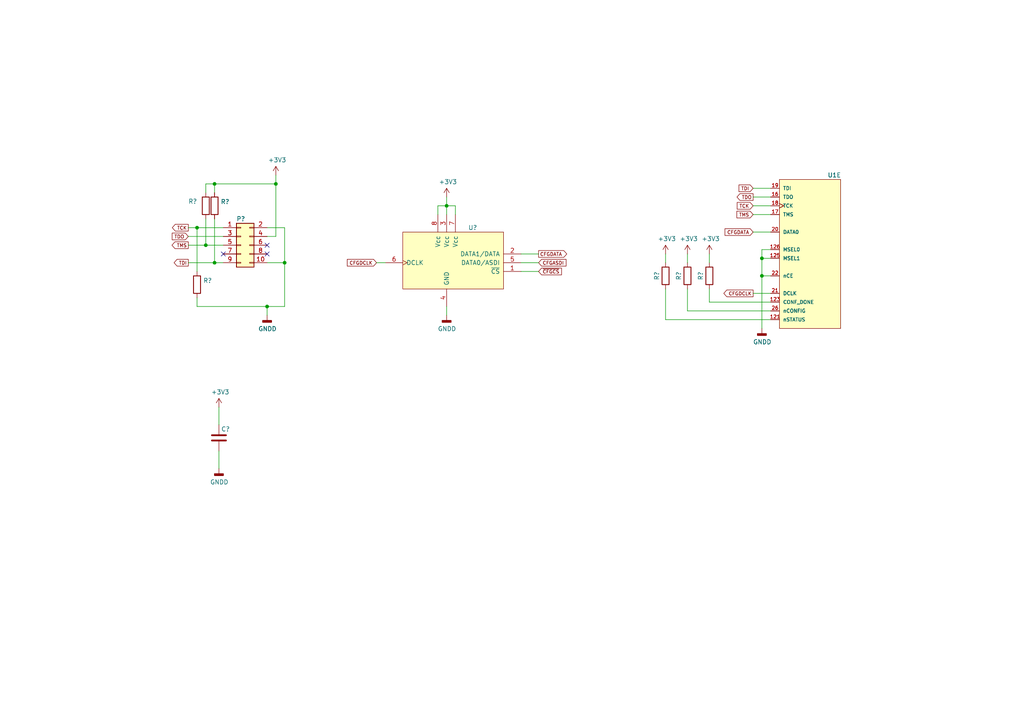
<source format=kicad_sch>
(kicad_sch (version 20211123) (generator eeschema)
  (paper "A4")
  (lib_symbols
    (symbol "Aslak:EP2C8Q208I8N" (pin_names (offset 1.016))
      (property "Reference" "U" (at 0 5.08 0))
      (property "Value" "Aslak_EP2C8Q208I8N" (at 0 7.62 0))
      (symbol "EP2C8Q208I8N_1_1"
        (rectangle (start -63.5 2.54) (end -5.08 -71.12) (fill (type background)))
        (pin bidirectional line (at -2.54 0 180) (length 2.54) (name "IO,(ASDO)") (number "1"))
        (pin bidirectional line (at -2.54 -17.78 180) (length 2.54) (name "IO,LVDS13n,DQ1L1/~") (number "10"))
        (pin bidirectional line (at -2.54 -20.32 180) (length 2.54) (name "IO,LVDS12p,DQ1L2/~") (number "11"))
        (pin bidirectional line (at -2.54 -22.86 180) (length 2.54) (name "IO,LVDS12n,DQ1L3/~") (number "12"))
        (pin bidirectional line (at -2.54 -25.4 180) (length 2.54) (name "IO,VREFB1N0") (number "13"))
        (pin bidirectional line (at -2.54 -27.94 180) (length 2.54) (name "IO,LVDS8p,(DPCLK0/DQS0L)/(DPCLK0/DQS0L)") (number "14"))
        (pin bidirectional line (at -2.54 -30.48 180) (length 2.54) (name "IO,LVDS8n") (number "15"))
        (pin bidirectional line (at -2.54 -2.54 180) (length 2.54) (name "IO,(nCSO)") (number "2"))
        (pin bidirectional line (at -2.54 -5.08 180) (length 2.54) (name "IO,LVDS15p(CRC_ERROR)") (number "3"))
        (pin bidirectional line (at -2.54 -33.02 180) (length 2.54) (name "IO,LVDS7p,(DPCLK1/DQS1L)/(DPCLK1/DQS1L)") (number "30"))
        (pin bidirectional line (at -2.54 -35.56 180) (length 2.54) (name "IO,LVDS7n") (number "31"))
        (pin bidirectional line (at -2.54 -38.1 180) (length 2.54) (name "IO,LVDS6n,DQ1L4/~") (number "33"))
        (pin bidirectional line (at -2.54 -40.64 180) (length 2.54) (name "IO,DQ1L5/~") (number "34"))
        (pin bidirectional line (at -2.54 -43.18 180) (length 2.54) (name "IO,LVDS5p,DQ1L6/~") (number "35"))
        (pin bidirectional line (at -2.54 -45.72 180) (length 2.54) (name "IO,VREFB1N1") (number "37"))
        (pin bidirectional line (at -2.54 -48.26 180) (length 2.54) (name "IO,LVDS3n,DQ1L7/~") (number "39"))
        (pin bidirectional line (at -2.54 -7.62 180) (length 2.54) (name "IO,LVDS15n(CLKUSR)") (number "4"))
        (pin bidirectional line (at -2.54 -50.8 180) (length 2.54) (name "IO,LVDS2p,DQ1L8/~") (number "40"))
        (pin bidirectional line (at -2.54 -53.34 180) (length 2.54) (name "IO,LVDS2n,(DM1L/BWS#1L~{})/~{}") (number "41"))
        (pin bidirectional line (at -2.54 -55.88 180) (length 2.54) (name "IO") (number "43"))
        (pin bidirectional line (at -2.54 -58.42 180) (length 2.54) (name "IO,LVDS0p") (number "44"))
        (pin bidirectional line (at -2.54 -60.96 180) (length 2.54) (name "IO,LVDS0n") (number "45"))
        (pin bidirectional line (at -2.54 -63.5 180) (length 2.54) (name "IO") (number "46"))
        (pin bidirectional line (at -2.54 -66.04 180) (length 2.54) (name "IO,PLL1_OUTp") (number "47"))
        (pin bidirectional line (at -2.54 -68.58 180) (length 2.54) (name "IO,PLL1_OUTn") (number "48"))
        (pin bidirectional line (at -2.54 -10.16 180) (length 2.54) (name "IO,LVDS14p") (number "5"))
        (pin bidirectional line (at -2.54 -12.7 180) (length 2.54) (name "IO,LVDS14n") (number "6"))
        (pin bidirectional line (at -2.54 -15.24 180) (length 2.54) (name "IO,LVDS13p,DQ1L0/~") (number "8"))
      )
      (symbol "EP2C8Q208I8N_2_1"
        (rectangle (start -63.5 2.54) (end -5.08 -88.9) (fill (type background)))
        (pin bidirectional line (at -2.54 0 180) (length 2.54) (name "IO,LVDS37n") (number "160"))
        (pin bidirectional line (at -2.54 -2.54 180) (length 2.54) (name "IO,LVDS37p,DQ0T0/DQ1T0") (number "161"))
        (pin bidirectional line (at -2.54 -5.08 180) (length 2.54) (name "IO,LVDS36n,DQ0T1/DQ1T1") (number "162"))
        (pin bidirectional line (at -2.54 -7.62 180) (length 2.54) (name "IO,LVDS36p,DQ0T2/DQ1T2") (number "163"))
        (pin bidirectional line (at -2.54 -10.16 180) (length 2.54) (name "IO,LVDS35n,DQ0T3/DQ1T3") (number "164"))
        (pin bidirectional line (at -2.54 -12.7 180) (length 2.54) (name "IO,LVDS35p,DQ0T4/DQ1T4") (number "165"))
        (pin bidirectional line (at -2.54 -15.24 180) (length 2.54) (name "IO,LVDS34n") (number "168"))
        (pin bidirectional line (at -2.54 -17.78 180) (length 2.54) (name "IO,LVDS34p,(DPCLK8/DQS0T)/(DPCLK8/DQS0T)") (number "169"))
        (pin bidirectional line (at -2.54 -20.32 180) (length 2.54) (name "IO,VREFB2N0") (number "170"))
        (pin bidirectional line (at -2.54 -22.86 180) (length 2.54) (name "IO,LVDS33n,DQ0T5/DQ1T5") (number "171"))
        (pin bidirectional line (at -2.54 -25.4 180) (length 2.54) (name "IO,LVDS33p,DQ0T6/DQ1T6") (number "173"))
        (pin bidirectional line (at -2.54 -27.94 180) (length 2.54) (name "IO,LVDS31n,DQ0T7/DQ1T7") (number "175"))
        (pin bidirectional line (at -2.54 -30.48 180) (length 2.54) (name "IO,LVDS31p,~/DQ1T8") (number "176"))
        (pin bidirectional line (at -2.54 -33.02 180) (length 2.54) (name "IO,LVDS29n,DM0T/(DM1T0/BWS#1T0)") (number "179"))
        (pin bidirectional line (at -2.54 -35.56 180) (length 2.54) (name "IO,LVDS29p") (number "180"))
        (pin bidirectional line (at -2.54 -38.1 180) (length 2.54) (name "IO,LVDS28n") (number "181"))
        (pin bidirectional line (at -2.54 -40.64 180) (length 2.54) (name "IO,LVDS28p") (number "182"))
        (pin bidirectional line (at -2.54 -43.18 180) (length 2.54) (name "IO,LVDS26p,DQ1T0/DQ1T9") (number "185"))
        (pin bidirectional line (at -2.54 -45.72 180) (length 2.54) (name "IO,LVDS25n") (number "187"))
        (pin bidirectional line (at -2.54 -48.26 180) (length 2.54) (name "IO,LVDS25p,DQ1T1/DQ1T10") (number "188"))
        (pin bidirectional line (at -2.54 -50.8 180) (length 2.54) (name "IO,LVDS24n,DQ1T2/DQ1T11") (number "189"))
        (pin bidirectional line (at -2.54 -53.34 180) (length 2.54) (name "IO,LVDS24p,DQ1T3/DQ1T12") (number "191"))
        (pin bidirectional line (at -2.54 -55.88 180) (length 2.54) (name "IO,VREFB2N1") (number "192"))
        (pin bidirectional line (at -2.54 -58.42 180) (length 2.54) (name "IO,LVDS23n,DQ1T4/DQ1T13") (number "193"))
        (pin bidirectional line (at -2.54 -60.96 180) (length 2.54) (name "IO,LVDS23p,DQ1T5/DQ1T14") (number "195"))
        (pin bidirectional line (at -2.54 -63.5 180) (length 2.54) (name "IO,LVDS21n") (number "197"))
        (pin bidirectional line (at -2.54 -66.04 180) (length 2.54) (name "IO,LVDS21p") (number "198"))
        (pin bidirectional line (at -2.54 -68.58 180) (length 2.54) (name "IO,LVDS19n") (number "199"))
        (pin bidirectional line (at -2.54 -71.12 180) (length 2.54) (name "IO,LVDS19p,(DPCLK10/DQS1T)/(DPCLK10/DQS1T)") (number "200"))
        (pin bidirectional line (at -2.54 -73.66 180) (length 2.54) (name "IO,LVDS18n,DQ1T6/DQ1T15") (number "201"))
        (pin bidirectional line (at -2.54 -76.2 180) (length 2.54) (name "IO,LVDS18p,DQ1T7/DQ1T16") (number "203"))
        (pin bidirectional line (at -2.54 -78.74 180) (length 2.54) (name "IO,LVDS17p,DQ1T8/DQ1T17") (number "205"))
        (pin bidirectional line (at -2.54 -81.28 180) (length 2.54) (name "IO,LVDS17n(DEV_CLRn)") (number "206"))
        (pin bidirectional line (at -2.54 -83.82 180) (length 2.54) (name "IO,LVDS16p,(DM1T/BWS#1T)/(DM1T1/BWS#1T1)") (number "207"))
        (pin bidirectional line (at -2.54 -86.36 180) (length 2.54) (name "IO,LVDS16n") (number "208"))
      )
      (symbol "EP2C8Q208I8N_3_1"
        (rectangle (start -63.5 2.54) (end -5.08 -78.74) (fill (type background)))
        (pin bidirectional line (at -2.54 0 180) (length 2.54) (name "IO,LVDS56n") (number "105"))
        (pin bidirectional line (at -2.54 -2.54 180) (length 2.54) (name "IO,LVDS56p,(DM1R/BWS#1R)/(DM1R1/BWS#1R1)") (number "106"))
        (pin bidirectional line (at -2.54 -5.08 180) (length 2.54) (name "IO,LVDS54n,(INIT_DONE)") (number "107"))
        (pin bidirectional line (at -2.54 -7.62 180) (length 2.54) (name "IO,LVDS54p,(nCEO)") (number "108"))
        (pin bidirectional line (at -2.54 -10.16 180) (length 2.54) (name "IO,LVDS53n,DQ1R8/DQ1R17") (number "110"))
        (pin bidirectional line (at -2.54 -12.7 180) (length 2.54) (name "IO,LVDS53p,DQ1R7/DQ1R16") (number "112"))
        (pin bidirectional line (at -2.54 -15.24 180) (length 2.54) (name "IO,LVDS52n,DQ1R6/DQ1R15") (number "113"))
        (pin bidirectional line (at -2.54 -17.78 180) (length 2.54) (name "IO,LVDS52p,DQ1R5/DQ1R14") (number "114"))
        (pin bidirectional line (at -2.54 -20.32 180) (length 2.54) (name "IO,LVDS51n,DQ1R4/DQ1R13") (number "115"))
        (pin bidirectional line (at -2.54 -22.86 180) (length 2.54) (name "IO,LVDS51p,DQ1R3/DQ1R12") (number "116"))
        (pin bidirectional line (at -2.54 -25.4 180) (length 2.54) (name "IO,VREFB3N1") (number "117"))
        (pin bidirectional line (at -2.54 -27.94 180) (length 2.54) (name "IO,DQ1R2/DQ1R11") (number "118"))
        (pin bidirectional line (at -2.54 -30.48 180) (length 2.54) (name "IO,LVDS48n,DQ1R1/DQ1R10") (number "127"))
        (pin bidirectional line (at -2.54 -33.02 180) (length 2.54) (name "IO,LVDS48p,(DPCLK6/DQS1R)/(DPCLK6/DQS1R)") (number "128"))
        (pin bidirectional line (at -2.54 -35.56 180) (length 2.54) (name "IO,LVDS47n,DQ1R0/DQ1R9") (number "133"))
        (pin bidirectional line (at -2.54 -38.1 180) (length 2.54) (name "IO,LVDS47p,(DPCLK7/DQS0R)/(DPCLK7/DQS0R)") (number "134"))
        (pin bidirectional line (at -2.54 -40.64 180) (length 2.54) (name "IO,LVDS46n,DM0R/(DM1R0/BWS#1R0)") (number "135"))
        (pin bidirectional line (at -2.54 -43.18 180) (length 2.54) (name "IO,LVDS46p,~/DQ1R8") (number "137"))
        (pin bidirectional line (at -2.54 -45.72 180) (length 2.54) (name "IO,LVDS45n,DQ0R7/DQ1R7") (number "138"))
        (pin bidirectional line (at -2.54 -48.26 180) (length 2.54) (name "IO,LVDS45p,DQ0R6/DQ1R6") (number "139"))
        (pin bidirectional line (at -2.54 -50.8 180) (length 2.54) (name "IO,LVDS44n,DQ0R5/DQ1R5") (number "141"))
        (pin bidirectional line (at -2.54 -53.34 180) (length 2.54) (name "IO,LVDS44p,DQ0R4/DQ1R4") (number "142"))
        (pin bidirectional line (at -2.54 -55.88 180) (length 2.54) (name "IO,LVDS42n,DQ0R3/DQ1R3") (number "143"))
        (pin bidirectional line (at -2.54 -58.42 180) (length 2.54) (name "IO,LVDS42p,DQ0R2/DQ1R2") (number "144"))
        (pin bidirectional line (at -2.54 -60.96 180) (length 2.54) (name "IO,VREFB3N0") (number "145"))
        (pin bidirectional line (at -2.54 -63.5 180) (length 2.54) (name "IO,LVDS39n,DQ0R1/DQ1R1") (number "146"))
        (pin bidirectional line (at -2.54 -66.04 180) (length 2.54) (name "IO,LVDS39p,DQ0R0/DQ1R0") (number "147"))
        (pin bidirectional line (at -2.54 -68.58 180) (length 2.54) (name "IO,LVDS38n") (number "149"))
        (pin bidirectional line (at -2.54 -71.12 180) (length 2.54) (name "IO,LVDS38p") (number "150"))
        (pin bidirectional line (at -2.54 -73.66 180) (length 2.54) (name "IO,PLL2_OUTp") (number "151"))
        (pin bidirectional line (at -2.54 -76.2 180) (length 2.54) (name "IO,PLL2_OUTn") (number "152"))
      )
      (symbol "EP2C8Q208I8N_4_1"
        (rectangle (start -63.5 2.54) (end -5.08 -91.44) (fill (type background)))
        (pin bidirectional line (at -2.54 -81.28 180) (length 2.54) (name "IO,LVDS58p,DQ0B0/DQ1B0") (number "101"))
        (pin bidirectional line (at -2.54 -83.82 180) (length 2.54) (name "IO,LVDS58n") (number "102"))
        (pin bidirectional line (at -2.54 -86.36 180) (length 2.54) (name "IO,LVDS57p") (number "103"))
        (pin bidirectional line (at -2.54 -88.9 180) (length 2.54) (name "IO,LVDS57n") (number "104"))
        (pin bidirectional line (at -2.54 0 180) (length 2.54) (name "IO,LVDS77n,(DEV_OE)") (number "56"))
        (pin bidirectional line (at -2.54 -2.54 180) (length 2.54) (name "IO,LVDS77p,(DM1B/BWS#1B)/(DM1B1/BWS#1B1)") (number "57"))
        (pin bidirectional line (at -2.54 -5.08 180) (length 2.54) (name "IO,LVDS76p,DQ1B8/DQ1B17") (number "58"))
        (pin bidirectional line (at -2.54 -7.62 180) (length 2.54) (name "IO,LVDS76n,DQ1B7/DQ1B16") (number "59"))
        (pin bidirectional line (at -2.54 -10.16 180) (length 2.54) (name "IO,LVDS75p,DQ1B6/DQ1B15") (number "60"))
        (pin bidirectional line (at -2.54 -12.7 180) (length 2.54) (name "IO,LVDS75n,DQ1B5/DQ1B14") (number "61"))
        (pin bidirectional line (at -2.54 -15.24 180) (length 2.54) (name "IO,LVDS74p,(DPCLK2/DQS1B)/(DPCLK2/DQS1B)") (number "63"))
        (pin bidirectional line (at -2.54 -17.78 180) (length 2.54) (name "IO,LVDS74n") (number "64"))
        (pin bidirectional line (at -2.54 -20.32 180) (length 2.54) (name "IO,VREFB4N1") (number "67"))
        (pin bidirectional line (at -2.54 -22.86 180) (length 2.54) (name "IO,LVDS70p,DQ1B4/DQ1B13") (number "68"))
        (pin bidirectional line (at -2.54 -25.4 180) (length 2.54) (name "IO,LVDS70n,DQ1B3/DQ1B12") (number "69"))
        (pin bidirectional line (at -2.54 -27.94 180) (length 2.54) (name "IO,LVDS68p,DQ1B2/DQ1B11") (number "70"))
        (pin bidirectional line (at -2.54 -30.48 180) (length 2.54) (name "IO,LVDS68n,DQ1B1/DQ1B10") (number "72"))
        (pin bidirectional line (at -2.54 -33.02 180) (length 2.54) (name "IO,LVDS67p,DQ1B0/DQ1B9") (number "74"))
        (pin bidirectional line (at -2.54 -35.56 180) (length 2.54) (name "IO,LVDS67n") (number "75"))
        (pin bidirectional line (at -2.54 -38.1 180) (length 2.54) (name "IO,LVDS66p") (number "76"))
        (pin bidirectional line (at -2.54 -40.64 180) (length 2.54) (name "IO,LVDS66n") (number "77"))
        (pin bidirectional line (at -2.54 -43.18 180) (length 2.54) (name "IO") (number "80"))
        (pin bidirectional line (at -2.54 -45.72 180) (length 2.54) (name "IO,LVDS64p") (number "81"))
        (pin bidirectional line (at -2.54 -48.26 180) (length 2.54) (name "IO,LVDS64n") (number "82"))
        (pin bidirectional line (at -2.54 -50.8 180) (length 2.54) (name "IO,LVDS63p,DM0B/(DM1B0/BWS#1B0)") (number "84"))
        (pin bidirectional line (at -2.54 -53.34 180) (length 2.54) (name "IO,LVDS63n,~/DQ1B8") (number "86"))
        (pin bidirectional line (at -2.54 -55.88 180) (length 2.54) (name "IO,LVDS62p,DQ0B7/DQ1B7") (number "87"))
        (pin bidirectional line (at -2.54 -58.42 180) (length 2.54) (name "IO,LVDS62n,DQ0B6/DQ1B6") (number "88"))
        (pin bidirectional line (at -2.54 -60.96 180) (length 2.54) (name "IO,VREFB4N0") (number "89"))
        (pin bidirectional line (at -2.54 -63.5 180) (length 2.54) (name "IO,LVDS61p,DQ0B5/DQ1B5") (number "90"))
        (pin bidirectional line (at -2.54 -66.04 180) (length 2.54) (name "IO,LVDS61n,DQ0B4/DQ1B4") (number "92"))
        (pin bidirectional line (at -2.54 -68.58 180) (length 2.54) (name "IO,LVDS60p,(DPCLK4/DQS0B)/(DPCLK4/DQS0B)") (number "94"))
        (pin bidirectional line (at -2.54 -71.12 180) (length 2.54) (name "IO,LVDS60n") (number "95"))
        (pin bidirectional line (at -2.54 -73.66 180) (length 2.54) (name "IO,DQ0B3/DQ1B3") (number "96"))
        (pin bidirectional line (at -2.54 -76.2 180) (length 2.54) (name "IO,LVDS59p,DQ0B2/DQ1B2") (number "97"))
        (pin bidirectional line (at -2.54 -78.74 180) (length 2.54) (name "IO,LVDS59n,DQ0B1/DQ1B1") (number "99"))
      )
      (symbol "EP2C8Q208I8N_5_1"
        (rectangle (start 5.08 2.54) (end 22.86 -40.64) (fill (type background)))
        (pin bidirectional line (at 2.54 -38.1 0) (length 2.54) (name "nSTATUS") (number "121"))
        (pin bidirectional line (at 2.54 -33.02 0) (length 2.54) (name "CONF_DONE") (number "123"))
        (pin input line (at 2.54 -20.32 0) (length 2.54) (name "MSEL1") (number "125"))
        (pin input line (at 2.54 -17.78 0) (length 2.54) (name "MSEL0") (number "126"))
        (pin output line (at 2.54 -2.54 0) (length 2.54) (name "TDO") (number "16"))
        (pin input line (at 2.54 -7.62 0) (length 2.54) (name "TMS") (number "17"))
        (pin input clock (at 2.54 -5.08 0) (length 2.54) (name "TCK") (number "18"))
        (pin input line (at 2.54 0 0) (length 2.54) (name "TDI") (number "19"))
        (pin input line (at 2.54 -12.7 0) (length 2.54) (name "DATA0") (number "20"))
        (pin bidirectional line (at 2.54 -30.48 0) (length 2.54) (name "DCLK") (number "21"))
        (pin input line (at 2.54 -25.4 0) (length 2.54) (name "nCE") (number "22"))
        (pin input line (at 2.54 -35.56 0) (length 2.54) (name "nCONFIG") (number "26"))
      )
      (symbol "EP2C8Q208I8N_6_1"
        (rectangle (start 5.08 2.54) (end 27.94 -50.8) (fill (type background)))
        (pin power_in line (at 2.54 -25.4 0) (length 2.54) (name "VCCIO3") (number "109"))
        (pin power_in line (at 30.48 -7.62 180) (length 2.54) (name "VCCINT") (number "120"))
        (pin power_in line (at 2.54 -27.94 0) (length 2.54) (name "VCCIO3") (number "122"))
        (pin power_in line (at 2.54 -30.48 0) (length 2.54) (name "VCCIO3") (number "136"))
        (pin power_in line (at 2.54 -33.02 0) (length 2.54) (name "VCCIO3") (number "148"))
        (pin power_in line (at 2.54 -10.16 0) (length 2.54) (name "VCCIO2") (number "166"))
        (pin power_in line (at 2.54 -12.7 0) (length 2.54) (name "VCCIO2") (number "172"))
        (pin power_in line (at 30.48 -10.16 180) (length 2.54) (name "VCCINT") (number "178"))
        (pin power_in line (at 2.54 -15.24 0) (length 2.54) (name "VCCIO2") (number "183"))
        (pin power_in line (at 30.48 -12.7 180) (length 2.54) (name "VCCINT") (number "190"))
        (pin power_in line (at 2.54 -17.78 0) (length 2.54) (name "VCCIO2") (number "194"))
        (pin power_in line (at 2.54 -20.32 0) (length 2.54) (name "VCCIO2") (number "202"))
        (pin power_in line (at 2.54 -2.54 0) (length 2.54) (name "VCCIO1") (number "29"))
        (pin power_in line (at 30.48 0 180) (length 2.54) (name "VCCINT") (number "32"))
        (pin power_in line (at 2.54 -5.08 0) (length 2.54) (name "VCCIO1") (number "42"))
        (pin power_in line (at 2.54 -38.1 0) (length 2.54) (name "VCCIO4") (number "62"))
        (pin power_in line (at 30.48 -2.54 180) (length 2.54) (name "VCCINT") (number "66"))
        (pin power_in line (at 2.54 0 0) (length 2.54) (name "VCCIO1") (number "7"))
        (pin power_in line (at 2.54 -40.64 0) (length 2.54) (name "VCCIO4") (number "71"))
        (pin power_in line (at 30.48 -5.08 180) (length 2.54) (name "VCCINT") (number "79"))
        (pin power_in line (at 2.54 -43.18 0) (length 2.54) (name "VCCIO4") (number "83"))
        (pin power_in line (at 2.54 -45.72 0) (length 2.54) (name "VCCIO4") (number "91"))
        (pin power_in line (at 2.54 -48.26 0) (length 2.54) (name "VCCIO4") (number "98"))
      )
      (symbol "EP2C8Q208I8N_7_1"
        (rectangle (start 5.08 2.54) (end 20.32 -33.02) (fill (type background)))
        (pin power_in line (at 2.54 -27.94 0) (length 2.54) (name "GND") (number "100"))
        (pin power_in line (at 2.54 -30.48 0) (length 2.54) (name "GND") (number "111"))
        (pin power_in line (at 22.86 0 180) (length 2.54) (name "GND") (number "119"))
        (pin power_in line (at 22.86 -2.54 180) (length 2.54) (name "GND") (number "124"))
        (pin power_in line (at 22.86 -5.08 180) (length 2.54) (name "GND") (number "140"))
        (pin power_in line (at 22.86 -7.62 180) (length 2.54) (name "GND") (number "153"))
        (pin power_in line (at 22.86 -10.16 180) (length 2.54) (name "GND") (number "159"))
        (pin power_in line (at 22.86 -12.7 180) (length 2.54) (name "GND") (number "167"))
        (pin power_in line (at 22.86 -15.24 180) (length 2.54) (name "GND") (number "174"))
        (pin power_in line (at 22.86 -17.78 180) (length 2.54) (name "GND") (number "177"))
        (pin power_in line (at 22.86 -20.32 180) (length 2.54) (name "GND") (number "184"))
        (pin power_in line (at 22.86 -22.86 180) (length 2.54) (name "GND") (number "186"))
        (pin power_in line (at 22.86 -25.4 180) (length 2.54) (name "GND") (number "196"))
        (pin power_in line (at 22.86 -27.94 180) (length 2.54) (name "GND") (number "204"))
        (pin power_in line (at 2.54 -2.54 0) (length 2.54) (name "GND") (number "25"))
        (pin power_in line (at 2.54 -5.08 0) (length 2.54) (name "GND") (number "36"))
        (pin power_in line (at 2.54 -7.62 0) (length 2.54) (name "GND") (number "38"))
        (pin power_in line (at 2.54 -10.16 0) (length 2.54) (name "GND") (number "49"))
        (pin power_in line (at 2.54 -12.7 0) (length 2.54) (name "GND") (number "55"))
        (pin power_in line (at 2.54 -15.24 0) (length 2.54) (name "GND") (number "65"))
        (pin power_in line (at 2.54 -17.78 0) (length 2.54) (name "GND") (number "73"))
        (pin power_in line (at 2.54 -20.32 0) (length 2.54) (name "GND") (number "78"))
        (pin power_in line (at 2.54 -22.86 0) (length 2.54) (name "GND") (number "85"))
        (pin power_in line (at 2.54 0 0) (length 2.54) (name "GND") (number "9"))
        (pin power_in line (at 2.54 -25.4 0) (length 2.54) (name "GND") (number "93"))
      )
      (symbol "EP2C8Q208I8N_8_1"
        (rectangle (start 5.08 2.54) (end 35.56 -17.78) (fill (type background)))
        (pin power_in line (at 38.1 -15.24 180) (length 2.54) (name "GND_PLL2") (number "154"))
        (pin power_in line (at 2.54 -12.7 0) (length 2.54) (name "VCCD_PLL2") (number "155"))
        (pin power_in line (at 38.1 -12.7 180) (length 2.54) (name "GND_PLL2") (number "156"))
        (pin power_in line (at 2.54 -10.16 0) (length 2.54) (name "VCCA_PLL2") (number "157"))
        (pin power_in line (at 38.1 -10.16 180) (length 2.54) (name "GNDA_PLL2") (number "158"))
        (pin power_in line (at 38.1 -5.08 180) (length 2.54) (name "GND_PLL1") (number "50"))
        (pin power_in line (at 2.54 -2.54 0) (length 2.54) (name "VCCD_PLL1") (number "51"))
        (pin power_in line (at 38.1 -2.54 180) (length 2.54) (name "GND_PLL1") (number "52"))
        (pin power_in line (at 2.54 0 0) (length 2.54) (name "VCCA_PLL1") (number "53"))
        (pin power_in line (at 38.1 0 180) (length 2.54) (name "GNDA_PLL1") (number "54"))
      )
      (symbol "EP2C8Q208I8N_9_1"
        (rectangle (start 5.08 2.54) (end 35.56 -20.32) (fill (type background)))
        (pin input clock (at 2.54 0 0) (length 2.54) (name "CLK7,LVDSCLK3n,INPUT") (number "129"))
        (pin input clock (at 2.54 -2.54 0) (length 2.54) (name "CLK6,LVDSCLK3p,INPUT") (number "130"))
        (pin input clock (at 2.54 -5.08 0) (length 2.54) (name "CLK5,LVDSCLK2n,INPUT") (number "131"))
        (pin input clock (at 2.54 -7.62 0) (length 2.54) (name "CLK4,LVDSCLK2p,INPUT") (number "132"))
        (pin input clock (at 2.54 -17.78 0) (length 2.54) (name "CLK0,LVDSCLK0p,INPUT") (number "23"))
        (pin input clock (at 2.54 -15.24 0) (length 2.54) (name "CLK1,LVDSCLK0n,INPUT") (number "24"))
        (pin input clock (at 2.54 -12.7 0) (length 2.54) (name "CLK2,LVDSCLK1p,INPUT") (number "27"))
        (pin input clock (at 2.54 -10.16 0) (length 2.54) (name "CLK3,LVDSCLK1n,INPUT") (number "28"))
      )
    )
    (symbol "Aslak:EPCQnA" (pin_names (offset 1.016))
      (property "Reference" "U" (at -12.7 10.16 0))
      (property "Value" "Aslak_EPCQnA" (at 6.35 10.16 0))
      (symbol "EPCQnA_0_1"
        (rectangle (start -12.7 8.89) (end 16.51 -7.62) (fill (type background)))
      )
      (symbol "EPCQnA_1_0"
        (pin input line (at 21.59 -2.54 180) (length 5.08) (name "~{CS}") (number "1"))
        (pin output line (at 21.59 2.54 180) (length 5.08) (name "DATA1/DATA") (number "2"))
        (pin power_in line (at 0 13.97 270) (length 5.08) (name "Vcc") (number "3"))
        (pin power_in line (at 0 -12.7 90) (length 5.08) (name "GND") (number "4"))
        (pin input line (at 21.59 0 180) (length 5.08) (name "DATA0/ASDI") (number "5"))
        (pin input clock (at -17.78 0 0) (length 5.08) (name "DCLK") (number "6"))
        (pin power_in line (at 2.54 13.97 270) (length 5.08) (name "Vcc") (number "7"))
        (pin power_in line (at -2.54 13.97 270) (length 5.08) (name "Vcc") (number "8"))
      )
    )
    (symbol "Connector_Generic:Conn_02x05_Odd_Even" (pin_names (offset 1.016) hide)
      (property "Reference" "J" (at 1.27 7.62 0))
      (property "Value" "Conn_02x05_Odd_Even" (at 1.27 -7.62 0))
      (symbol "Conn_02x05_Odd_Even_1_1"
        (rectangle (start -1.27 -4.953) (end 0 -5.207) (stroke (width 0.1524)))
        (rectangle (start -1.27 -2.413) (end 0 -2.667) (stroke (width 0.1524)))
        (rectangle (start -1.27 0.127) (end 0 -0.127) (stroke (width 0.1524)))
        (rectangle (start -1.27 2.667) (end 0 2.413) (stroke (width 0.1524)))
        (rectangle (start -1.27 5.207) (end 0 4.953) (stroke (width 0.1524)))
        (rectangle (start -1.27 6.35) (end 3.81 -6.35) (stroke (width 0.254)) (fill (type background)))
        (rectangle (start 3.81 -4.953) (end 2.54 -5.207) (stroke (width 0.1524)))
        (rectangle (start 3.81 -2.413) (end 2.54 -2.667) (stroke (width 0.1524)))
        (rectangle (start 3.81 0.127) (end 2.54 -0.127) (stroke (width 0.1524)))
        (rectangle (start 3.81 2.667) (end 2.54 2.413) (stroke (width 0.1524)))
        (rectangle (start 3.81 5.207) (end 2.54 4.953) (stroke (width 0.1524)))
        (pin passive line (at -5.08 5.08 0) (length 3.81) (name "Pin_1") (number "1"))
        (pin passive line (at 7.62 -5.08 180) (length 3.81) (name "Pin_10") (number "10"))
        (pin passive line (at 7.62 5.08 180) (length 3.81) (name "Pin_2") (number "2"))
        (pin passive line (at -5.08 2.54 0) (length 3.81) (name "Pin_3") (number "3"))
        (pin passive line (at 7.62 2.54 180) (length 3.81) (name "Pin_4") (number "4"))
        (pin passive line (at -5.08 0 0) (length 3.81) (name "Pin_5") (number "5"))
        (pin passive line (at 7.62 0 180) (length 3.81) (name "Pin_6") (number "6"))
        (pin passive line (at -5.08 -2.54 0) (length 3.81) (name "Pin_7") (number "7"))
        (pin passive line (at 7.62 -2.54 180) (length 3.81) (name "Pin_8") (number "8"))
        (pin passive line (at -5.08 -5.08 0) (length 3.81) (name "Pin_9") (number "9"))
      )
    )
    (symbol "Device:C" (pin_numbers hide) (pin_names (offset 0.254))
      (property "Reference" "C" (at 0.635 2.54 0))
      (property "Value" "C" (at 0.635 -2.54 0))
      (symbol "C_0_1"
        (polyline (pts (xy -2.032 -0.762) (xy 2.032 -0.762)) (stroke (width 0.508)))
        (polyline (pts (xy -2.032 0.762) (xy 2.032 0.762)) (stroke (width 0.508)))
      )
      (symbol "C_1_1"
        (pin passive line (at 0 3.81 270) (length 2.794) (name "~") (number "1"))
        (pin passive line (at 0 -3.81 90) (length 2.794) (name "~") (number "2"))
      )
    )
    (symbol "Device:R" (pin_numbers hide) (pin_names (offset 0))
      (property "Reference" "R" (at 2.032 0 90))
      (property "Value" "R" (at 0 0 90))
      (symbol "R_0_1"
        (rectangle (start -1.016 -2.54) (end 1.016 2.54) (stroke (width 0.254)))
      )
      (symbol "R_1_1"
        (pin passive line (at 0 3.81 270) (length 1.27) (name "~") (number "1"))
        (pin passive line (at 0 -3.81 90) (length 1.27) (name "~") (number "2"))
      )
    )
    (symbol "power:+3V3" (power) (pin_names (offset 0))
      (property "Value" "+3V3" (at 0 3.556 0))
      (symbol "+3V3_0_1"
        (polyline (pts (xy -0.762 1.27) (xy 0 2.54)))
        (polyline (pts (xy 0 0) (xy 0 2.54)))
        (polyline (pts (xy 0 2.54) (xy 0.762 1.27)))
      )
      (symbol "+3V3_1_1"
        (pin power_in line (at 0 0 90) (length 0) hide (name "+3V3") (number "1"))
      )
    )
    (symbol "power:GNDD" (power) (pin_names (offset 0))
      (property "Value" "GNDD" (at 0 -3.175 0))
      (symbol "GNDD_0_1"
        (rectangle (start -1.27 -1.524) (end 1.27 -2.032) (stroke (width 0.254)) (fill (type outline)))
        (polyline (pts (xy 0 0) (xy 0 -1.524)))
      )
      (symbol "GNDD_1_1"
        (pin power_in line (at 0 0 270) (length 0) hide (name "GNDD") (number "1"))
      )
    )
  )
  (junction (at 220.98 74.93))
  (junction (at 80.01 53.34))
  (junction (at 59.69 71.12))
  (junction (at 77.47 88.9))
  (junction (at 62.23 76.2))
  (junction (at 220.98 80.01))
  (junction (at 129.54 59.69))
  (junction (at 57.15 66.04))
  (junction (at 82.55 76.2))
  (junction (at 62.23 53.34))
  (no_connect (at 77.47 73.66))
  (no_connect (at 64.77 73.66))
  (no_connect (at 77.47 71.12))
  (wire (pts (xy 62.23 53.34) (xy 62.23 55.88)))
  (wire (pts (xy 54.61 66.04) (xy 57.15 66.04)))
  (wire (pts (xy 205.74 87.63) (xy 223.52 87.63)))
  (wire (pts (xy 151.13 78.74) (xy 156.21 78.74)))
  (wire (pts (xy 223.52 85.09) (xy 218.44 85.09)))
  (wire (pts (xy 129.54 88.9) (xy 129.54 91.44)))
  (wire (pts (xy 59.69 71.12) (xy 59.69 63.5)))
  (wire (pts (xy 223.52 72.39) (xy 220.98 72.39)))
  (wire (pts (xy 77.47 88.9) (xy 77.47 91.44)))
  (wire (pts (xy 199.39 90.17) (xy 223.52 90.17)))
  (wire (pts (xy 193.04 76.2) (xy 193.04 73.66)))
  (wire (pts (xy 205.74 87.63) (xy 205.74 83.82)))
  (wire (pts (xy 205.74 76.2) (xy 205.74 73.66)))
  (wire (pts (xy 132.08 59.69) (xy 132.08 62.23)))
  (wire (pts (xy 77.47 66.04) (xy 82.55 66.04)))
  (wire (pts (xy 80.01 53.34) (xy 80.01 68.58)))
  (wire (pts (xy 62.23 76.2) (xy 62.23 63.5)))
  (wire (pts (xy 82.55 76.2) (xy 82.55 88.9)))
  (wire (pts (xy 199.39 90.17) (xy 199.39 83.82)))
  (wire (pts (xy 111.76 76.2) (xy 109.22 76.2)))
  (wire (pts (xy 62.23 76.2) (xy 64.77 76.2)))
  (wire (pts (xy 57.15 88.9) (xy 77.47 88.9)))
  (wire (pts (xy 127 59.69) (xy 127 62.23)))
  (wire (pts (xy 59.69 53.34) (xy 62.23 53.34)))
  (wire (pts (xy 193.04 92.71) (xy 223.52 92.71)))
  (wire (pts (xy 199.39 76.2) (xy 199.39 73.66)))
  (wire (pts (xy 223.52 57.15) (xy 218.44 57.15)))
  (wire (pts (xy 223.52 74.93) (xy 220.98 74.93)))
  (wire (pts (xy 223.52 67.31) (xy 218.44 67.31)))
  (wire (pts (xy 54.61 71.12) (xy 59.69 71.12)))
  (wire (pts (xy 59.69 71.12) (xy 64.77 71.12)))
  (wire (pts (xy 151.13 76.2) (xy 156.21 76.2)))
  (wire (pts (xy 59.69 55.88) (xy 59.69 53.34)))
  (wire (pts (xy 193.04 92.71) (xy 193.04 83.82)))
  (wire (pts (xy 80.01 50.8) (xy 80.01 53.34)))
  (wire (pts (xy 129.54 59.69) (xy 129.54 57.15)))
  (wire (pts (xy 80.01 68.58) (xy 77.47 68.58)))
  (wire (pts (xy 220.98 74.93) (xy 220.98 80.01)))
  (wire (pts (xy 129.54 59.69) (xy 127 59.69)))
  (wire (pts (xy 77.47 88.9) (xy 82.55 88.9)))
  (wire (pts (xy 63.5 118.11) (xy 63.5 123.19)))
  (wire (pts (xy 220.98 80.01) (xy 220.98 95.25)))
  (wire (pts (xy 129.54 59.69) (xy 132.08 59.69)))
  (wire (pts (xy 220.98 72.39) (xy 220.98 74.93)))
  (wire (pts (xy 77.47 76.2) (xy 82.55 76.2)))
  (wire (pts (xy 223.52 54.61) (xy 218.44 54.61)))
  (wire (pts (xy 57.15 66.04) (xy 57.15 78.74)))
  (wire (pts (xy 223.52 59.69) (xy 218.44 59.69)))
  (wire (pts (xy 54.61 76.2) (xy 62.23 76.2)))
  (wire (pts (xy 82.55 66.04) (xy 82.55 76.2)))
  (wire (pts (xy 151.13 73.66) (xy 156.21 73.66)))
  (wire (pts (xy 223.52 80.01) (xy 220.98 80.01)))
  (wire (pts (xy 62.23 53.34) (xy 80.01 53.34)))
  (wire (pts (xy 57.15 86.36) (xy 57.15 88.9)))
  (wire (pts (xy 57.15 66.04) (xy 64.77 66.04)))
  (wire (pts (xy 223.52 62.23) (xy 218.44 62.23)))
  (wire (pts (xy 63.5 130.81) (xy 63.5 135.89)))
  (wire (pts (xy 129.54 62.23) (xy 129.54 59.69)))
  (wire (pts (xy 54.61 68.58) (xy 64.77 68.58)))
  (global_label "CFGDATA" (shape output) (at 156.21 73.66 0) (effects (font (size 0.9906 0.9906))) (property "Intersheet References" "${INTERSHEET_REFS}" (effects hide)))
  (global_label "TMS" (shape input) (at 218.44 62.23 180) (effects (font (size 0.9906 0.9906))) (property "Intersheet References" "${INTERSHEET_REFS}" (effects hide)))
  (global_label "CFGASDI" (shape input) (at 156.21 76.2 0) (effects (font (size 0.9906 0.9906))) (property "Intersheet References" "${INTERSHEET_REFS}" (effects hide)))
  (global_label "~{CFGCS}" (shape input) (at 156.21 78.74 0) (effects (font (size 0.9906 0.9906))) (property "Intersheet References" "${INTERSHEET_REFS}" (effects hide)))
  (global_label "TDO" (shape input) (at 54.61 68.58 180) (effects (font (size 0.9906 0.9906))) (property "Intersheet References" "${INTERSHEET_REFS}" (effects hide)))
  (global_label "TCK" (shape input) (at 218.44 59.69 180) (effects (font (size 0.9906 0.9906))) (property "Intersheet References" "${INTERSHEET_REFS}" (effects hide)))
  (global_label "TCK" (shape output) (at 54.61 66.04 180) (effects (font (size 0.9906 0.9906))) (property "Intersheet References" "${INTERSHEET_REFS}" (effects hide)))
  (global_label "TDI" (shape input) (at 218.44 54.61 180) (effects (font (size 0.9906 0.9906))) (property "Intersheet References" "${INTERSHEET_REFS}" (effects hide)))
  (global_label "CFGDCLK" (shape output) (at 218.44 85.09 180) (effects (font (size 0.9906 0.9906))) (property "Intersheet References" "${INTERSHEET_REFS}" (effects hide)))
  (global_label "TDO" (shape output) (at 218.44 57.15 180) (effects (font (size 0.9906 0.9906))) (property "Intersheet References" "${INTERSHEET_REFS}" (effects hide)))
  (global_label "TMS" (shape output) (at 54.61 71.12 180) (effects (font (size 0.9906 0.9906))) (property "Intersheet References" "${INTERSHEET_REFS}" (effects hide)))
  (global_label "CFGDATA" (shape input) (at 218.44 67.31 180) (effects (font (size 0.9906 0.9906))) (property "Intersheet References" "${INTERSHEET_REFS}" (effects hide)))
  (global_label "TDI" (shape output) (at 54.61 76.2 180) (effects (font (size 0.9906 0.9906))) (property "Intersheet References" "${INTERSHEET_REFS}" (effects hide)))
  (global_label "CFGDCLK" (shape input) (at 109.22 76.2 180) (effects (font (size 0.9906 0.9906))) (property "Intersheet References" "${INTERSHEET_REFS}" (effects hide)))
  (symbol (lib_id "power:GNDD") (at 63.5 135.89 0) (unit 1)
    (property "Reference" "#PWR0133" (effects hide))
  )
  (symbol (lib_id "power:GNDD") (at 77.47 91.44 0) (unit 1)
    (property "Reference" "#PWR0134" (effects hide))
  )
  (symbol (lib_id "power:GNDD") (at 129.54 91.44 0) (unit 1)
    (property "Reference" "#PWR0135" (effects hide))
  )
  (symbol (lib_id "Aslak:EP2C8Q208I8N") (at 220.98 54.61 0) (unit 5)
    (property "Reference" "U1" (at 240.03 50.8 0) (effects (justify left)))
    (property "Code  JEDEC" "MS-029-FA-1" (effects hide))
    (property "Datasheet Version" "ver3.3, Feb-2008" (effects hide))
    (property "Note 1" "DQS signal pins named according to DQ bus modes.  separates each mode. ie. Modes x8/x9 / Modes x16/x18." (effects hide))
    (property "Package Description" "208-Pin Plastic Quad Flat Pack (PQFP208) - Wire Bond" (effects hide))
    (property "Package Version" "ver15.4, Dec-2008" (effects hide))
    (property "category" "IC" (effects hide))
    (property "ciiva ids" "969336" (effects hide))
    (property "library id" "cb77e851e38ea306" (effects hide))
    (property "manufacturer" "Altera" (effects hide))
    (property "package" "PQFP208" (effects hide))
    (property "release date" "1300207588" (effects hide))
    (property "vault revision" "C1C45DB0-F416-4DC8-9E39-6AA6CB98DE73" (effects hide))
    (property "imported" "yes" (effects hide))
  )
  (symbol (lib_id "power:GNDD") (at 220.98 95.25 0) (unit 1)
    (property "Reference" "#PWR0101" (effects hide))
  )
  (symbol (lib_id "Device:R") (at 199.39 80.01 0) (unit 1)
    (property "Reference" "R?" (at 196.85 80.01 90))
  )
  (symbol (lib_id "power:+3V3") (at 199.39 73.66 0) (unit 1)
    (property "Reference" "#PWR?" (effects hide))
  )
  (symbol (lib_id "Device:R") (at 205.74 80.01 0) (unit 1)
    (property "Reference" "R?" (at 203.2 80.01 90))
  )
  (symbol (lib_id "power:+3V3") (at 205.74 73.66 0) (unit 1)
    (property "Reference" "#PWR?" (effects hide))
  )
  (symbol (lib_id "Device:R") (at 193.04 80.01 0) (unit 1)
    (property "Reference" "R?" (at 190.5 80.01 90))
  )
  (symbol (lib_id "power:+3V3") (at 193.04 73.66 0) (unit 1)
    (property "Reference" "#PWR?" (effects hide))
  )
  (symbol (lib_id "power:+3V3") (at 80.01 50.8 0) (unit 1)
    (property "Reference" "#PWR?" (effects hide))
  )
  (symbol (lib_id "power:+3V3") (at 129.54 57.15 0) (unit 1)
    (property "Reference" "#PWR?" (effects hide))
  )
  (symbol (lib_id "Connector_Generic:Conn_02x05_Odd_Even") (at 69.85 71.12 0) (unit 1)
    (property "Reference" "P?" (at 69.85 63.5 0))
  )
  (symbol (lib_id "Device:R") (at 57.15 82.55 0) (unit 1)
    (property "Reference" "R?" (at 58.928 81.3816 0) (effects (justify left)))
  )
  (symbol (lib_id "Device:R") (at 59.69 59.69 0) (unit 1)
    (property "Reference" "R?" (at 54.61 58.42 0) (effects (justify left)))
  )
  (symbol (lib_id "Device:R") (at 62.23 59.69 0) (unit 1)
    (property "Reference" "R?" (at 64.008 58.5216 0) (effects (justify left)))
  )
  (symbol (lib_id "Aslak:EPCQnA") (at 129.54 76.2 0) (unit 1)
    (property "Reference" "U?" (at 138.43 66.04 0) (effects (justify right)))
  )
  (symbol (lib_id "Device:C") (at 63.5 127 0) (unit 1)
    (property "Reference" "C?" (at 64.135 124.46 0) (effects (justify left)))
  )
  (symbol (lib_id "power:+3V3") (at 63.5 118.11 0) (unit 1)
    (property "Reference" "#PWR?" (effects hide))
  )
)
</source>
